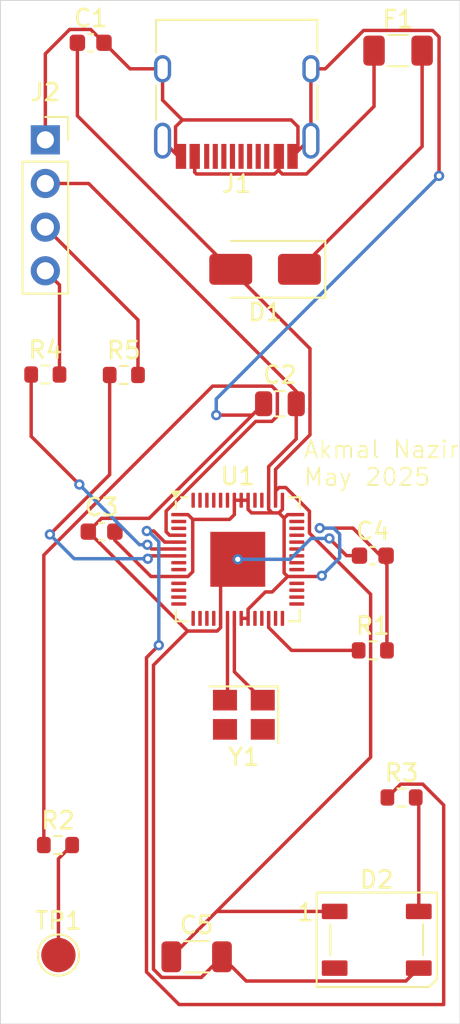
<source format=kicad_pcb>
(kicad_pcb (version 20240108) (generator "pcbnew") (generator_version "8.0")
  (layers (0 "F.Cu" signal) (31 "B.Cu" signal) (34 "B.Paste" user) (35 "F.Paste" user) (36 "B.SilkS" user "B.Silkscreen") (37 "F.SilkS" user "F.Silkscreen") (38 "B.Mask" user) (39 "F.Mask" user) (44 "Edge.Cuts" user))
  (net 0 "")
  (net 1 "+5V_PROTECTED")
  (net 2 "GND")
  (net 3 "/+3.3V")
  (net 4 "/+5V_IN")
  (net 5 "Net-(D2-DIN)")
  (net 7 "/VBUS")
  (net 16 "Net-(J2-Pin_4)")
  (net 17 "Net-(J2-Pin_3)")
  (net 18 "Net-(U1-RUN)")
  (net 19 "/GPIO_TOUCH")
  (net 20 "Net-(R2-Pad2)")
  (net 21 "/PWM_OUT")
  (net 22 "/SDA")
  (net 23 "/SCL")
  (net 50 "Net-(U1-XIN)")
  (net 51 "Net-(U1-XOUT)")
  (footprint "Resistor_SMD:R_0603_1608Metric" (layer "F.Cu") (at 30.9626 70.1802)
    (property "Reference" "R4" (at 0 -1.43 0) (layer "F.SilkS"))
    (property "Value" "4.7kΩ" (hide yes))
    (fp_line (start -0.237258 -0.5225) (end 0.237258 -0.5225) (stroke (width 0.12)) (layer "F.SilkS"))
    (fp_line (start -0.237258 0.5225) (end 0.237258 0.5225) (stroke (width 0.12)) (layer "F.SilkS"))
    (pad "1" smd roundrect (at -0.825 0) (size 0.8 0.95) (layers "F.Cu" "F.Paste" "F.Mask") (net 22 "/SDA"))
    (pad "2" smd roundrect (at 0.825 0) (size 0.8 0.95) (layers "F.Cu" "F.Paste" "F.Mask") (net 16 "Net-(J2-Pin_4)"))
  )
  (footprint "Capacitor_SMD:C_0603_1608Metric" (layer "F.Cu") (at 34.2392 79.3242)
    (property "Reference" "C3" (at 0 -1.43 0) (layer "F.SilkS"))
    (property "Value" "0.1µF" (hide yes))
    (fp_line (start -0.14058 -0.51) (end 0.14058 -0.51) (stroke (width 0.12)) (layer "F.SilkS"))
    (fp_line (start -0.14058 0.51) (end 0.14058 0.51) (stroke (width 0.12)) (layer "F.SilkS"))
    (pad "1" smd roundrect (at -0.775 0) (size 0.9 0.95) (layers "F.Cu" "F.Paste" "F.Mask") (net 2 "GND"))
    (pad "2" smd roundrect (at 0.775 0) (size 0.9 0.95) (layers "F.Cu" "F.Paste" "F.Mask") (net 3 "/+3.3V"))
  )
  (footprint "Crystal:Crystal_SMD_3225-4Pin_3.2x2.5mm" (layer "F.Cu") (at 42.5274 89.9786 180)
    (property "Reference" "Y1" (at 0 -2.45 0) (layer "F.SilkS"))
    (property "Value" "Crystal" (hide yes))
    (fp_line (start -2 1.65) (end 2 1.65) (stroke (width 0.12)) (layer "F.SilkS"))
    (fp_line (start -2 -1.65) (end -2 1.65) (stroke (width 0.12)) (layer "F.SilkS"))
    (pad "1" smd rect (at -1.1 0.85 180) (size 1.4 1.2) (layers "F.Cu" "F.Paste" "F.Mask") (net 51 "Net-(U1-XOUT)"))
    (pad "2" smd rect (at 1.1 0.85 180) (size 1.4 1.2) (layers "F.Cu" "F.Paste" "F.Mask") (net 50 "Net-(U1-XIN)"))
    (pad "3" smd rect (at 1.1 -0.85 180) (size 1.4 1.2) (layers "F.Cu" "F.Paste" "F.Mask"))
    (pad "4" smd rect (at -1.1 -0.85 180) (size 1.4 1.2) (layers "F.Cu" "F.Paste" "F.Mask"))
  )
  (footprint "Resistor_SMD:R_0603_1608Metric" (layer "F.Cu") (at 31.6992 97.5614)
    (property "Reference" "R2" (at 0 -1.43 0) (layer "F.SilkS"))
    (property "Value" "1MΩ" (hide yes))
    (fp_line (start -0.237258 -0.5225) (end 0.237258 -0.5225) (stroke (width 0.12)) (layer "F.SilkS"))
    (fp_line (start -0.237258 0.5225) (end 0.237258 0.5225) (stroke (width 0.12)) (layer "F.SilkS"))
    (pad "1" smd roundrect (at -0.825 0) (size 0.8 0.95) (layers "F.Cu" "F.Paste" "F.Mask") (net 19 "/GPIO_TOUCH"))
    (pad "2" smd roundrect (at 0.825 0) (size 0.8 0.95) (layers "F.Cu" "F.Paste" "F.Mask") (net 20 "Net-(R2-Pad2)"))
  )
  (footprint "Capacitor_SMD:C_0603_1608Metric" (layer "F.Cu") (at 33.6042 50.8762)
    (property "Reference" "C1" (at 0 -1.43 0) (layer "F.SilkS"))
    (property "Value" "0.1µF" (hide yes))
    (fp_line (start -0.14058 -0.51) (end 0.14058 -0.51) (stroke (width 0.12)) (layer "F.SilkS"))
    (fp_line (start -0.14058 0.51) (end 0.14058 0.51) (stroke (width 0.12)) (layer "F.SilkS"))
    (pad "1" smd roundrect (at -0.775 0) (size 0.9 0.95) (layers "F.Cu" "F.Paste" "F.Mask") (net 1 "+5V_PROTECTED"))
    (pad "2" smd roundrect (at 0.775 0) (size 0.9 0.95) (layers "F.Cu" "F.Paste" "F.Mask") (net 2 "GND"))
  )
  (footprint "Capacitor_SMD:C_1206_3216Metric" (layer "F.Cu") (at 39.7764 104.0638)
    (property "Reference" "C5" (at 0 -1.85 0) (layer "F.SilkS"))
    (property "Value" "100µF" (hide yes))
    (fp_line (start -0.711252 -0.91) (end 0.711252 -0.91) (stroke (width 0.12)) (layer "F.SilkS"))
    (fp_line (start -0.711252 0.91) (end 0.711252 0.91) (stroke (width 0.12)) (layer "F.SilkS"))
    (pad "1" smd roundrect (at -1.475 0) (size 1.15 1.8) (layers "F.Cu" "F.Paste" "F.Mask") (roundrect_rratio 0.217391) (net 1 "+5V_PROTECTED"))
    (pad "2" smd roundrect (at 1.475 0) (size 1.15 1.8) (layers "F.Cu" "F.Paste" "F.Mask") (roundrect_rratio 0.217391) (net 2 "GND"))
  )
  (footprint "Diode_SMD:D_SMA" (layer "F.Cu") (at 43.7642 64.0588 180)
    (property "Reference" "D1" (at 0 -2.5 0) (layer "F.SilkS"))
    (property "Value" "D_Schottky" (hide yes))
    (fp_line (start -3.51 1.65) (end 2 1.65) (stroke (width 0.12)) (layer "F.SilkS"))
    (fp_line (start -3.51 -1.65) (end 2 -1.65) (stroke (width 0.12)) (layer "F.SilkS"))
    (fp_line (start -3.51 -1.65) (end -3.51 1.65) (stroke (width 0.12)) (layer "F.SilkS"))
    (pad "1" smd roundrect (at -2 0 180) (size 2.5 1.8) (layers "F.Cu" "F.Paste" "F.Mask") (roundrect_rratio 0.1388888889) (net 4 "/+5V_IN"))
    (pad "2" smd roundrect (at 2 0 180) (size 2.5 1.8) (layers "F.Cu" "F.Paste" "F.Mask") (roundrect_rratio 0.1388888889) (net 1 "+5V_PROTECTED"))
  )
  (footprint "Resistor_SMD:R_0603_1608Metric" (layer "F.Cu") (at 51.7144 94.7928)
    (property "Reference" "R3" (at 0 -1.43 0) (layer "F.SilkS"))
    (property "Value" "330Ω" (hide yes))
    (fp_line (start -0.237258 -0.5225) (end 0.237258 -0.5225) (stroke (width 0.12)) (layer "F.SilkS"))
    (fp_line (start -0.237258 0.5225) (end 0.237258 0.5225) (stroke (width 0.12)) (layer "F.SilkS"))
    (pad "1" smd roundrect (at -0.825 0) (size 0.8 0.95) (layers "F.Cu" "F.Paste" "F.Mask") (net 21 "/PWM_OUT"))
    (pad "2" smd roundrect (at 0.825 0) (size 0.8 0.95) (layers "F.Cu" "F.Paste" "F.Mask") (net 5 "Net-(D2-DIN)"))
  )
  (footprint "Resistor_SMD:R_0603_1608Metric" (layer "F.Cu") (at 50.038 86.233)
    (property "Reference" "R1" (at 0 -1.43 0) (layer "F.SilkS"))
    (property "Value" "10kΩ" (hide yes))
    (fp_line (start -0.237258 -0.5225) (end 0.237258 -0.5225) (stroke (width 0.12)) (layer "F.SilkS"))
    (fp_line (start -0.237258 0.5225) (end 0.237258 0.5225) (stroke (width 0.12)) (layer "F.SilkS"))
    (pad "1" smd roundrect (at -0.825 0) (size 0.8 0.95) (layers "F.Cu" "F.Paste" "F.Mask") (net 18 "Net-(U1-RUN)"))
    (pad "2" smd roundrect (at 0.825 0) (size 0.8 0.95) (layers "F.Cu" "F.Paste" "F.Mask") (net 3 "/+3.3V"))
  )
  (footprint "Capacitor_SMD:C_0603_1608Metric" (layer "F.Cu") (at 50.038 80.7212)
    (property "Reference" "C4" (at 0 -1.43 0) (layer "F.SilkS"))
    (property "Value" "0.1µF" (hide yes))
    (fp_line (start -0.14058 -0.51) (end 0.14058 -0.51) (stroke (width 0.12)) (layer "F.SilkS"))
    (fp_line (start -0.14058 0.51) (end 0.14058 0.51) (stroke (width 0.12)) (layer "F.SilkS"))
    (pad "1" smd roundrect (at -0.775 0) (size 0.9 0.95) (layers "F.Cu" "F.Paste" "F.Mask") (net 2 "GND"))
    (pad "2" smd roundrect (at 0.775 0) (size 0.9 0.95) (layers "F.Cu" "F.Paste" "F.Mask") (net 3 "/+3.3V"))
  )
  (footprint "TestPoint:TestPoint_Pad_D2.0mm" (layer "F.Cu") (at 31.7246 103.9622)
    (property "Reference" "TP1" (at 0 -1.998 0) (layer "F.SilkS"))
    (property "Value" "TestPoint" (hide yes))
    (fp_circle (center 0 0) (end 0 1.2) (stroke (width 0.12)) (fill none) (layer "F.SilkS"))
    (pad "1" smd circle (at 0 0) (size 2 2) (layers "F.Cu" "F.Mask") (net 20 "Net-(R2-Pad2)"))
  )
  (footprint "Capacitor_SMD:C_0805_2012Metric" (layer "F.Cu") (at 44.6278 71.882)
    (property "Reference" "C2" (at 0 -1.68 0) (layer "F.SilkS"))
    (property "Value" "1µF" (hide yes))
    (fp_line (start -0.261252 -0.735) (end 0.261252 -0.735) (stroke (width 0.12)) (layer "F.SilkS"))
    (fp_line (start -0.261252 0.735) (end 0.261252 0.735) (stroke (width 0.12)) (layer "F.SilkS"))
    (pad "1" smd roundrect (at -0.95 0) (size 1 1.45) (layers "F.Cu" "F.Paste" "F.Mask") (net 2 "GND"))
    (pad "2" smd roundrect (at 0.95 0) (size 1 1.45) (layers "F.Cu" "F.Paste" "F.Mask") (net 3 "/+3.3V"))
  )
  (footprint "LED_SMD:LED_WS2812B_PLCC4_5.0x5.0mm_P3.2mm" (layer "F.Cu") (at 50.2666 103.0732)
    (property "Reference" "D2" (at 0 -3.5 0) (layer "F.SilkS"))
    (property "Value" "WS2812B" (hide yes))
    (fp_line (start -3.5 -2.75) (end -3.5 2.75) (stroke (width 0.12)) (layer "F.SilkS"))
    (fp_line (start -3.5 -2.75) (end 3.5 -2.75) (stroke (width 0.12)) (layer "F.SilkS"))
    (fp_line (start -3.5 2.75) (end 3.05 2.75) (stroke (width 0.12)) (layer "F.SilkS"))
    (fp_line (start -2.7 0.9) (end -2.7 -0.9) (stroke (width 0.12)) (layer "F.SilkS"))
    (fp_line (start 2.7 0.9) (end 2.7 -0.9) (stroke (width 0.12)) (layer "F.SilkS"))
    (fp_line (start 3.05 2.75) (end 3.5 2.3) (stroke (width 0.12)) (layer "F.SilkS"))
    (fp_line (start 3.5 2.3) (end 3.5 -2.75) (stroke (width 0.12)) (layer "F.SilkS"))
    (fp_text user "1" (at -4.15 -1.6 0) (layer "F.SilkS"))
    (pad "1" smd roundrect (at -2.45 -1.65) (size 1.5 0.9) (layers "F.Cu" "F.Paste" "F.Mask") (roundrect_rratio 0.1) (net 1 "+5V_PROTECTED"))
    (pad "2" smd roundrect (at -2.45 1.65) (size 1.5 0.9) (layers "F.Cu" "F.Paste" "F.Mask") (roundrect_rratio 0.1))
    (pad "3" smd roundrect (at 2.45 1.65) (size 1.5 0.9) (layers "F.Cu" "F.Paste" "F.Mask") (roundrect_rratio 0.1) (net 2 "GND"))
    (pad "4" smd roundrect (at 2.45 -1.65) (size 1.5 0.9) (layers "F.Cu" "F.Paste" "F.Mask") (roundrect_rratio 0.1) (net 5 "Net-(D2-DIN)"))
  )
  (footprint "Resistor_SMD:R_0603_1608Metric" (layer "F.Cu") (at 35.5346 70.2056)
    (property "Reference" "R5" (at 0 -1.43 0) (layer "F.SilkS"))
    (property "Value" "4.7kΩ" (hide yes))
    (fp_line (start -0.237258 -0.5225) (end 0.237258 -0.5225) (stroke (width 0.12)) (layer "F.SilkS"))
    (fp_line (start -0.237258 0.5225) (end 0.237258 0.5225) (stroke (width 0.12)) (layer "F.SilkS"))
    (pad "1" smd roundrect (at -0.825 0) (size 0.8 0.95) (layers "F.Cu" "F.Paste" "F.Mask") (net 23 "/SCL"))
    (pad "2" smd roundrect (at 0.825 0) (size 0.8 0.95) (layers "F.Cu" "F.Paste" "F.Mask") (net 17 "Net-(J2-Pin_3)"))
  )
  (footprint "Connector_USB:USB_C_Receptacle_HRO_TYPE-C-31-M-12" (layer "F.Cu") (at 42.1132 53.4416 180)
    (property "Reference" "J1" (at 0 -5.645 0) (layer "F.SilkS"))
    (property "Value" "USB_C_Receptacle_USB2.0_16P" (hide yes))
    (fp_line (start 4.7 2) (end 4.7 3.9) (stroke (width 0.12)) (layer "F.SilkS"))
    (fp_line (start 4.7 -1.9) (end 4.7 0.1) (stroke (width 0.12)) (layer "F.SilkS"))
    (fp_line (start -4.7 3.9) (end 4.7 3.9) (stroke (width 0.12)) (layer "F.SilkS"))
    (fp_line (start -4.7 2) (end -4.7 3.9) (stroke (width 0.12)) (layer "F.SilkS"))
    (fp_line (start -4.7 -1.9) (end -4.7 0.1) (stroke (width 0.12)) (layer "F.SilkS"))
    (pad "" np_thru_hole circle (at -2.89 -2.6 180) (size 0.65 0.65) (drill 0.65) (layers "*.Cu" "*.Mask"))
    (pad "" np_thru_hole circle (at 2.89 -2.6 180) (size 0.65 0.65) (drill 0.65) (layers "*.Cu" "*.Mask"))
    (pad "A1" smd rect (at -3.25 -4.045 180) (size 0.6 1.45) (layers "F.Cu" "F.Paste" "F.Mask") (net 2 "GND"))
    (pad "A4" smd rect (at -2.45 -4.045 180) (size 0.6 1.45) (layers "F.Cu" "F.Paste" "F.Mask") (net 7 "/VBUS"))
    (pad "A5" smd rect (at -1.25 -4.045 180) (size 0.3 1.45) (layers "F.Cu" "F.Paste" "F.Mask"))
    (pad "A6" smd rect (at -0.25 -4.045 180) (size 0.3 1.45) (layers "F.Cu" "F.Paste" "F.Mask"))
    (pad "A7" smd rect (at 0.25 -4.045 180) (size 0.3 1.45) (layers "F.Cu" "F.Paste" "F.Mask"))
    (pad "A8" smd rect (at 1.25 -4.045 180) (size 0.3 1.45) (layers "F.Cu" "F.Paste" "F.Mask"))
    (pad "A9" smd rect (at 2.45 -4.045 180) (size 0.6 1.45) (layers "F.Cu" "F.Paste" "F.Mask") (net 7 "/VBUS"))
    (pad "A12" smd rect (at 3.25 -4.045 180) (size 0.6 1.45) (layers "F.Cu" "F.Paste" "F.Mask") (net 2 "GND"))
    (pad "B1" smd rect (at 3.25 -4.045 180) (size 0.6 1.45) (layers "F.Cu" "F.Paste" "F.Mask") (net 2 "GND"))
    (pad "B4" smd rect (at 2.45 -4.045 180) (size 0.6 1.45) (layers "F.Cu" "F.Paste" "F.Mask") (net 7 "/VBUS"))
    (pad "B5" smd rect (at 1.75 -4.045 180) (size 0.3 1.45) (layers "F.Cu" "F.Paste" "F.Mask"))
    (pad "B6" smd rect (at 0.75 -4.045 180) (size 0.3 1.45) (layers "F.Cu" "F.Paste" "F.Mask"))
    (pad "B7" smd rect (at -0.75 -4.045 180) (size 0.3 1.45) (layers "F.Cu" "F.Paste" "F.Mask"))
    (pad "B8" smd rect (at -1.75 -4.045 180) (size 0.3 1.45) (layers "F.Cu" "F.Paste" "F.Mask"))
    (pad "B9" smd rect (at -2.45 -4.045 180) (size 0.6 1.45) (layers "F.Cu" "F.Paste" "F.Mask") (net 7 "/VBUS"))
    (pad "B12" smd rect (at -3.25 -4.045 180) (size 0.6 1.45) (layers "F.Cu" "F.Paste" "F.Mask") (net 2 "GND"))
    (pad "S1" thru_hole oval (at -4.32 -3.13 180) (size 1 2.1) (drill oval 0.6 1.7) (layers "*.Cu" "*.Mask") (net 2 "GND"))
    (pad "S1" thru_hole oval (at -4.32 1.05 180) (size 1 1.6) (drill oval 0.6 1.2) (layers "*.Cu" "*.Mask") (net 2 "GND"))
    (pad "S1" thru_hole oval (at 4.32 -3.13 180) (size 1 2.1) (drill oval 0.6 1.7) (layers "*.Cu" "*.Mask") (net 2 "GND"))
    (pad "S1" thru_hole oval (at 4.32 1.05 180) (size 1 1.6) (drill oval 0.6 1.2) (layers "*.Cu" "*.Mask") (net 2 "GND"))
  )
  (footprint "Connector_PinSocket_2.54mm:PinSocket_1x04_P2.54mm_Vertical" (layer "F.Cu") (at 30.9622 56.525)
    (property "Reference" "J2" (at 0 -2.77 0) (layer "F.SilkS"))
    (property "Value" "Conn_01x04" (hide yes))
    (fp_line (start -1.33 1.27) (end -1.33 8.95) (stroke (width 0.12)) (layer "F.SilkS"))
    (fp_line (start -1.33 1.27) (end 1.33 1.27) (stroke (width 0.12)) (layer "F.SilkS"))
    (fp_line (start -1.33 8.95) (end 1.33 8.95) (stroke (width 0.12)) (layer "F.SilkS"))
    (fp_line (start 0 -1.33) (end 1.33 -1.33) (stroke (width 0.12)) (layer "F.SilkS"))
    (fp_line (start 1.33 -1.33) (end 1.33 0) (stroke (width 0.12)) (layer "F.SilkS"))
    (fp_line (start 1.33 1.27) (end 1.33 8.95) (stroke (width 0.12)) (layer "F.SilkS"))
    (pad "1" thru_hole rect (at 0 0) (size 1.7 1.7) (drill 1) (layers "*.Cu" "*.Mask") (net 2 "GND"))
    (pad "2" thru_hole oval (at 0 2.54) (size 1.7 1.7) (drill 1) (layers "*.Cu" "*.Mask") (net 3 "/+3.3V"))
    (pad "3" thru_hole oval (at 0 5.08) (size 1.7 1.7) (drill 1) (layers "*.Cu" "*.Mask") (net 17 "Net-(J2-Pin_3)"))
    (pad "4" thru_hole oval (at 0 7.62) (size 1.7 1.7) (drill 1) (layers "*.Cu" "*.Mask") (net 16 "Net-(J2-Pin_4)"))
  )
  (footprint "Fuse:Fuse_1206_3216Metric" (layer "F.Cu") (at 51.5112 51.3334)
    (property "Reference" "F1" (at 0 -1.82 0) (layer "F.SilkS"))
    (property "Value" "Fuse" (hide yes))
    (fp_line (start -0.602064 -0.91) (end 0.602064 -0.91) (stroke (width 0.12)) (layer "F.SilkS"))
    (fp_line (start -0.602064 0.91) (end 0.602064 0.91) (stroke (width 0.12)) (layer "F.SilkS"))
    (pad "1" smd roundrect (at -1.4 0) (size 1.25 1.75) (layers "F.Cu" "F.Paste" "F.Mask") (roundrect_rratio 0.2) (net 7 "/VBUS"))
    (pad "2" smd roundrect (at 1.4 0) (size 1.25 1.75) (layers "F.Cu" "F.Paste" "F.Mask") (roundrect_rratio 0.2) (net 4 "/+5V_IN"))
  )
  (footprint "Package_DFN_QFN:QFN-56-1EP_7x7mm_P0.4mm_EP3.2x3.2mm" (layer "F.Cu") (at 42.1736 80.9329)
    (property "Reference" "U1" (at 0 -4.83 0) (layer "F.SilkS"))
    (property "Value" "RP2040" (hide yes))
    (fp_line (start -3.61 -2.96) (end -3.61 -3.37) (stroke (width 0.12)) (layer "F.SilkS"))
    (fp_line (start -3.61 3.61) (end -3.61 2.96) (stroke (width 0.12)) (layer "F.SilkS"))
    (fp_line (start -2.96 -3.61) (end -3.31 -3.61) (stroke (width 0.12)) (layer "F.SilkS"))
    (fp_line (start -2.96 3.61) (end -3.61 3.61) (stroke (width 0.12)) (layer "F.SilkS"))
    (fp_line (start 2.96 -3.61) (end 3.61 -3.61) (stroke (width 0.12)) (layer "F.SilkS"))
    (fp_line (start 2.96 3.61) (end 3.61 3.61) (stroke (width 0.12)) (layer "F.SilkS"))
    (fp_line (start 3.61 -3.61) (end 3.61 -2.96) (stroke (width 0.12)) (layer "F.SilkS"))
    (fp_line (start 3.61 3.61) (end 3.61 2.96) (stroke (width 0.12)) (layer "F.SilkS"))
    (fp_poly (pts (xy -3.61 -3.61) (xy -3.85 -3.94) (xy -3.37 -3.94) (xy -3.61 -3.61)) (stroke (width 0.12)) (fill solid) (layer "F.SilkS"))
    (pad "1" smd roundrect (at -3.4375 -2.6) (size 0.875 0.2) (layers "F.Cu" "F.Paste" "F.Mask") (net 3 "/+3.3V"))
    (pad "2" smd roundrect (at -3.4375 -2.2) (size 0.875 0.2) (layers "F.Cu" "F.Paste" "F.Mask"))
    (pad "3" smd roundrect (at -3.4375 -1.8) (size 0.875 0.2) (layers "F.Cu" "F.Paste" "F.Mask"))
    (pad "4" smd roundrect (at -3.4375 -1.4) (size 0.875 0.2) (layers "F.Cu" "F.Paste" "F.Mask") (net 19 "/GPIO_TOUCH"))
    (pad "5" smd roundrect (at -3.4375 -1) (size 0.875 0.2) (layers "F.Cu" "F.Paste" "F.Mask") (net 21 "/PWM_OUT"))
    (pad "6" smd roundrect (at -3.4375 -0.6) (size 0.875 0.2) (layers "F.Cu" "F.Paste" "F.Mask") (net 22 "/SDA"))
    (pad "7" smd roundrect (at -3.4375 -0.2) (size 0.875 0.2) (layers "F.Cu" "F.Paste" "F.Mask") (net 23 "/SCL"))
    (pad "8" smd roundrect (at -3.4375 0.2) (size 0.875 0.2) (layers "F.Cu" "F.Paste" "F.Mask"))
    (pad "9" smd roundrect (at -3.4375 0.6) (size 0.875 0.2) (layers "F.Cu" "F.Paste" "F.Mask"))
    (pad "10" smd roundrect (at -3.4375 1) (size 0.875 0.2) (layers "F.Cu" "F.Paste" "F.Mask") (net 3 "/+3.3V"))
    (pad "11" smd roundrect (at -3.4375 1.4) (size 0.875 0.2) (layers "F.Cu" "F.Paste" "F.Mask"))
    (pad "12" smd roundrect (at -3.4375 1.8) (size 0.875 0.2) (layers "F.Cu" "F.Paste" "F.Mask"))
    (pad "13" smd roundrect (at -3.4375 2.2) (size 0.875 0.2) (layers "F.Cu" "F.Paste" "F.Mask"))
    (pad "14" smd roundrect (at -3.4375 2.6) (size 0.875 0.2) (layers "F.Cu" "F.Paste" "F.Mask"))
    (pad "15" smd roundrect (at -2.6 3.4375) (size 0.2 0.875) (layers "F.Cu" "F.Paste" "F.Mask"))
    (pad "16" smd roundrect (at -2.2 3.4375) (size 0.2 0.875) (layers "F.Cu" "F.Paste" "F.Mask"))
    (pad "17" smd roundrect (at -1.8 3.4375) (size 0.2 0.875) (layers "F.Cu" "F.Paste" "F.Mask"))
    (pad "18" smd roundrect (at -1.4 3.4375) (size 0.2 0.875) (layers "F.Cu" "F.Paste" "F.Mask"))
    (pad "19" smd roundrect (at -1 3.4375) (size 0.2 0.875) (layers "F.Cu" "F.Paste" "F.Mask") (net 2 "GND"))
    (pad "20" smd roundrect (at -0.6 3.4375) (size 0.2 0.875) (layers "F.Cu" "F.Paste" "F.Mask") (net 50 "Net-(U1-XIN)"))
    (pad "21" smd roundrect (at -0.2 3.4375) (size 0.2 0.875) (layers "F.Cu" "F.Paste" "F.Mask") (net 51 "Net-(U1-XOUT)"))
    (pad "22" smd roundrect (at 0.2 3.4375) (size 0.2 0.875) (layers "F.Cu" "F.Paste" "F.Mask") (net 3 "/+3.3V"))
    (pad "23" smd roundrect (at 0.6 3.4375) (size 0.2 0.875) (layers "F.Cu" "F.Paste" "F.Mask") (net 3 "/+3.3V"))
    (pad "24" smd roundrect (at 1 3.4375) (size 0.2 0.875) (layers "F.Cu" "F.Paste" "F.Mask"))
    (pad "25" smd roundrect (at 1.4 3.4375) (size 0.2 0.875) (layers "F.Cu" "F.Paste" "F.Mask"))
    (pad "26" smd roundrect (at 1.8 3.4375) (size 0.2 0.875) (layers "F.Cu" "F.Paste" "F.Mask") (net 18 "Net-(U1-RUN)"))
    (pad "27" smd roundrect (at 2.2 3.4375) (size 0.2 0.875) (layers "F.Cu" "F.Paste" "F.Mask"))
    (pad "28" smd roundrect (at 2.6 3.4375) (size 0.2 0.875) (layers "F.Cu" "F.Paste" "F.Mask"))
    (pad "29" smd roundrect (at 3.4375 2.6) (size 0.875 0.2) (layers "F.Cu" "F.Paste" "F.Mask"))
    (pad "30" smd roundrect (at 3.4375 2.2) (size 0.875 0.2) (layers "F.Cu" "F.Paste" "F.Mask"))
    (pad "31" smd roundrect (at 3.4375 1.8) (size 0.875 0.2) (layers "F.Cu" "F.Paste" "F.Mask"))
    (pad "32" smd roundrect (at 3.4375 1.4) (size 0.875 0.2) (layers "F.Cu" "F.Paste" "F.Mask"))
    (pad "33" smd roundrect (at 3.4375 1) (size 0.875 0.2) (layers "F.Cu" "F.Paste" "F.Mask") (net 3 "/+3.3V"))
    (pad "34" smd roundrect (at 3.4375 0.6) (size 0.875 0.2) (layers "F.Cu" "F.Paste" "F.Mask"))
    (pad "35" smd roundrect (at 3.4375 0.2) (size 0.875 0.2) (layers "F.Cu" "F.Paste" "F.Mask"))
    (pad "36" smd roundrect (at 3.4375 -0.2) (size 0.875 0.2) (layers "F.Cu" "F.Paste" "F.Mask"))
    (pad "37" smd roundrect (at 3.4375 -0.6) (size 0.875 0.2) (layers "F.Cu" "F.Paste" "F.Mask"))
    (pad "38" smd roundrect (at 3.4375 -1) (size 0.875 0.2) (layers "F.Cu" "F.Paste" "F.Mask"))
    (pad "39" smd roundrect (at 3.4375 -1.4) (size 0.875 0.2) (layers "F.Cu" "F.Paste" "F.Mask"))
    (pad "40" smd roundrect (at 3.4375 -1.8) (size 0.875 0.2) (layers "F.Cu" "F.Paste" "F.Mask"))
    (pad "41" smd roundrect (at 3.4375 -2.2) (size 0.875 0.2) (layers "F.Cu" "F.Paste" "F.Mask"))
    (pad "42" smd roundrect (at 3.4375 -2.6) (size 0.875 0.2) (layers "F.Cu" "F.Paste" "F.Mask") (net 3 "/+3.3V"))
    (pad "43" smd roundrect (at 2.6 -3.4375) (size 0.2 0.875) (layers "F.Cu" "F.Paste" "F.Mask") (net 3 "/+3.3V"))
    (pad "44" smd roundrect (at 2.2 -3.4375) (size 0.2 0.875) (layers "F.Cu" "F.Paste" "F.Mask") (net 1 "+5V_PROTECTED"))
    (pad "45" smd roundrect (at 1.8 -3.4375) (size 0.2 0.875) (layers "F.Cu" "F.Paste" "F.Mask") (net 3 "/+3.3V"))
    (pad "46" smd roundrect (at 1.4 -3.4375) (size 0.2 0.875) (layers "F.Cu" "F.Paste" "F.Mask"))
    (pad "47" smd roundrect (at 1 -3.4375) (size 0.2 0.875) (layers "F.Cu" "F.Paste" "F.Mask"))
    (pad "48" smd roundrect (at 0.6 -3.4375) (size 0.2 0.875) (layers "F.Cu" "F.Paste" "F.Mask") (net 3 "/+3.3V"))
    (pad "49" smd roundrect (at 0.2 -3.4375) (size 0.2 0.875) (layers "F.Cu" "F.Paste" "F.Mask") (net 3 "/+3.3V"))
    (pad "50" smd roundrect (at -0.2 -3.4375) (size 0.2 0.875) (layers "F.Cu" "F.Paste" "F.Mask") (net 3 "/+3.3V"))
    (pad "51" smd roundrect (at -0.6 -3.4375) (size 0.2 0.875) (layers "F.Cu" "F.Paste" "F.Mask"))
    (pad "52" smd roundrect (at -1 -3.4375) (size 0.2 0.875) (layers "F.Cu" "F.Paste" "F.Mask"))
    (pad "53" smd roundrect (at -1.4 -3.4375) (size 0.2 0.875) (layers "F.Cu" "F.Paste" "F.Mask"))
    (pad "54" smd roundrect (at -1.8 -3.4375) (size 0.2 0.875) (layers "F.Cu" "F.Paste" "F.Mask"))
    (pad "55" smd roundrect (at -2.2 -3.4375) (size 0.2 0.875) (layers "F.Cu" "F.Paste" "F.Mask"))
    (pad "56" smd roundrect (at -2.6 -3.4375) (size 0.2 0.875) (layers "F.Cu" "F.Paste" "F.Mask"))
    (pad "57" smd rect (at 0 0) (size 3.2 3.2) (property pad_prop_heatsink) (layers "F.Cu" "F.Mask") (net 2 "GND"))
  )
  (gr_rect (start 28.3464 48.4124) (end 55.118 107.9754) (stroke (width 0.05)) (fill none) (layer "Edge.Cuts"))
  (gr_text "Akmal Nazir\nMay 2025" (at 45.9486 76.7334 0) (layer "F.SilkS") (effects (font (size 1 1) (thickness 0.1)) (justify left bottom)))
  (segment (start 38.3014 104.0638) (end 40.942 101.4232) (width 0.2) (layer "F.Cu") (net 1))
  (segment (start 46.3486 78.13654) (end 44.96996 76.7579) (width 0.2) (layer "F.Cu") (net 1))
  (segment (start 40.942 101.4232) (end 47.8166 101.4232) (width 0.2) (layer "F.Cu") (net 1))
  (segment (start 44.3736 75.699086) (end 46.3778 73.694886) (width 0.2) (layer "F.Cu") (net 1))
  (segment (start 41.7642 64.0588) (end 32.8292 55.1238) (width 0.2) (layer "F.Cu") (net 1))
  (segment (start 46.3778 73.694886) (end 46.3778 68.6724) (width 0.2) (layer "F.Cu") (net 1))
  (segment (start 32.8292 55.1238) (end 32.8292 50.8762) (width 0.2) (layer "F.Cu") (net 1))
  (segment (start 44.3736 76.96154) (end 44.3736 77.4954) (width 0.2) (layer "F.Cu") (net 1))
  (segment (start 40.942 101.4232) (end 49.913 92.4522) (width 0.2) (layer "F.Cu") (net 1))
  (segment (start 49.913 82.9712) (end 46.3486 79.4068) (width 0.2) (layer "F.Cu") (net 1))
  (segment (start 44.3736 77.4954) (end 44.3736 75.699086) (width 0.2) (layer "F.Cu") (net 1))
  (segment (start 44.57724 76.7579) (end 44.3736 76.96154) (width 0.2) (layer "F.Cu") (net 1))
  (segment (start 46.3486 79.4068) (end 46.3486 78.13654) (width 0.2) (layer "F.Cu") (net 1))
  (segment (start 49.913 92.4522) (end 49.913 82.9712) (width 0.2) (layer "F.Cu") (net 1))
  (segment (start 44.96996 76.7579) (end 44.57724 76.7579) (width 0.2) (layer "F.Cu") (net 1))
  (segment (start 46.3778 68.6724) (end 41.7642 64.0588) (width 0.2) (layer "F.Cu") (net 1))
  (segment (start 34.3792 50.8762) (end 33.6042 50.1012) (width 0.2) (layer "F.Cu") (net 2))
  (segment (start 45.6782 57.1716) (end 45.6782 55.762006) (width 0.2) (layer "F.Cu") (net 2))
  (segment (start 46.4332 56.5716) (end 46.2782 56.5716) (width 0.2) (layer "F.Cu") (net 2))
  (segment (start 42.1736 80.9329) (end 41.1736 81.9329) (width 0.2) (layer "F.Cu") (net 2))
  (segment (start 37.741656 105.2638) (end 37.2618 104.783944) (width 0.2) (layer "F.Cu") (net 2))
  (segment (start 34.2392 78.5492) (end 33.4642 79.3242) (width 0.2) (layer "F.Cu") (net 2))
  (segment (start 45.282794 55.3666) (end 38.943606 55.3666) (width 0.2) (layer "F.Cu") (net 2))
  (segment (start 38.7082 57.4866) (end 37.7932 56.5716) (width 0.2) (layer "F.Cu") (net 2))
  (segment (start 47.268256 52.3916) (end 49.501456 50.1584) (width 0.2) (layer "F.Cu") (net 2))
  (segment (start 51.9666 105.4732) (end 42.6608 105.4732) (width 0.2) (layer "F.Cu") (net 2))
  (segment (start 33.6042 50.1012) (end 32.380504 50.1012) (width 0.2) (layer "F.Cu") (net 2))
  (segment (start 40.0514 105.2638) (end 37.741656 105.2638) (width 0.2) (layer "F.Cu") (net 2))
  (segment (start 40.9194 72.5424) (end 43.0174 72.5424) (width 0.2) (layer "F.Cu") (net 2))
  (segment (start 42.6608 105.4732) (end 41.2514 104.0638) (width 0.2) (layer "F.Cu") (net 2))
  (segment (start 43.0174 72.5424) (end 43.6778 71.882) (width 0.2) (layer "F.Cu") (net 2))
  (segment (start 38.943606 55.3666) (end 38.5482 55.762006) (width 0.2) (layer "F.Cu") (net 2))
  (segment (start 38.943606 55.366594) (end 37.7932 54.216188) (width 0.2) (layer "F.Cu") (net 2))
  (segment (start 52.7166 104.7232) (end 51.9666 105.4732) (width 0.2) (layer "F.Cu") (net 2))
  (segment (start 46.4332 52.3916) (end 47.268256 52.3916) (width 0.2) (layer "F.Cu") (net 2))
  (segment (start 41.1736 81.9329) (end 41.1736 84.3704) (width 0.2) (layer "F.Cu") (net 2))
  (segment (start 32.380504 50.1012) (end 30.9622 51.519504) (width 0.2) (layer "F.Cu") (net 2))
  (segment (start 53.520944 50.1584) (end 53.8988 50.536256) (width 0.2) (layer "F.Cu") (net 2))
  (segment (start 41.1736 84.90426) (end 41.1736 84.3704) (width 0.2) (layer "F.Cu") (net 2))
  (segment (start 38.943606 55.3666) (end 38.943606 55.366594) (width 0.2) (layer "F.Cu") (net 2))
  (segment (start 40.96996 85.1079) (end 41.1736 84.90426) (width 0.2) (layer "F.Cu") (net 2))
  (segment (start 49.263 80.7212) (end 48.51153 80.7212) (width 0.2) (layer "F.Cu") (net 2))
  (segment (start 41.2514 104.0638) (end 40.0514 105.2638) (width 0.2) (layer "F.Cu") (net 2))
  (segment (start 46.2782 56.5716) (end 45.3632 57.4866) (width 0.2) (layer "F.Cu") (net 2))
  (segment (start 37.2618 87.094) (end 39.2479 85.1079) (width 0.2) (layer "F.Cu") (net 2))
  (segment (start 49.501456 50.1584) (end 53.520944 50.1584) (width 0.2) (layer "F.Cu") (net 2))
  (segment (start 48.51153 80.7212) (end 47.509465 79.719135) (width 0.2) (layer "F.Cu") (net 2))
  (segment (start 45.6782 55.762006) (end 45.282794 55.3666) (width 0.2) (layer "F.Cu") (net 2))
  (segment (start 38.8632 57.4866) (end 38.7082 57.4866) (width 0.2) (layer "F.Cu") (net 2))
  (segment (start 38.5482 57.1716) (end 38.8632 57.4866) (width 0.2) (layer "F.Cu") (net 2))
  (segment (start 39.2479 85.1079) (end 40.96996 85.1079) (width 0.2) (layer "F.Cu") (net 2))
  (segment (start 38.5482 55.762006) (end 38.5482 57.1716) (width 0.2) (layer "F.Cu") (net 2))
  (segment (start 46.3316 52.3194) (end 46.1766 52.3194) (width 0.2) (layer "F.Cu") (net 2))
  (segment (start 30.9622 51.519504) (end 30.9622 56.525) (width 0.2) (layer "F.Cu") (net 2))
  (segment (start 43.6778 71.882) (end 37.0106 78.5492) (width 0.2) (layer "F.Cu") (net 2))
  (segment (start 37.2618 104.783944) (end 37.2618 87.094) (width 0.2) (layer "F.Cu") (net 2))
  (segment (start 33.4642 79.3242) (end 39.2479 85.1079) (width 0.2) (layer "F.Cu") (net 2))
  (segment (start 37.7932 54.216188) (end 37.7932 52.3916) (width 0.2) (layer "F.Cu") (net 2))
  (segment (start 35.8946 52.3916) (end 34.3792 50.8762) (width 0.2) (layer "F.Cu") (net 2))
  (segment (start 45.3632 57.4866) (end 45.6782 57.1716) (width 0.2) (layer "F.Cu") (net 2))
  (segment (start 46.4332 56.5716) (end 46.4332 52.3916) (width 0.2) (layer "F.Cu") (net 2))
  (segment (start 53.8988 50.536256) (end 53.8988 58.6232) (width 0.2) (layer "F.Cu") (net 2))
  (segment (start 37.7932 52.3916) (end 35.8946 52.3916) (width 0.2) (layer "F.Cu") (net 2))
  (segment (start 37.0106 78.5492) (end 34.2392 78.5492) (width 0.2) (layer "F.Cu") (net 2))
  (via (at 53.8988 58.6232) (size 0.6) (drill 0.3) (layers "F.Cu" "B.Cu") (net 2))
  (via (at 40.9194 72.5424) (size 0.6) (drill 0.3) (layers "F.Cu" "B.Cu") (net 2))
  (via (at 47.509465 79.719135) (size 0.6) (drill 0.3) (layers "F.Cu" "B.Cu") (net 2))
  (via (at 42.1736 80.9329) (size 0.6) (drill 0.3) (layers "F.Cu" "B.Cu") (net 2))
  (segment (start 47.509465 79.719135) (end 46.442475 79.719135) (width 0.2) (layer "B.Cu") (net 2))
  (segment (start 46.442475 79.719135) (end 45.22871 80.9329) (width 0.2) (layer "B.Cu") (net 2))
  (segment (start 40.9194 71.6026) (end 40.9194 72.5424) (width 0.2) (layer "B.Cu") (net 2))
  (segment (start 53.8988 58.6232) (end 40.9194 71.6026) (width 0.2) (layer "B.Cu") (net 2))
  (segment (start 45.22871 80.9329) (end 42.1736 80.9329) (width 0.2) (layer "B.Cu") (net 2))
  (segment (start 43.9736 77.4954) (end 43.9736 75.5334) (width 0.2) (layer "F.Cu") (net 3))
  (segment (start 47.0229 81.9329) (end 45.6111 81.9329) (width 0.2) (layer "F.Cu") (net 3))
  (segment (start 44.17724 78.2329) (end 44.56996 78.2329) (width 0.2) (layer "F.Cu") (net 3))
  (segment (start 42.7736 84.3704) (end 42.7736 83.83654) (width 0.2) (layer "F.Cu") (net 3))
  (segment (start 42.7736 83.83654) (end 43.77724 82.8329) (width 0.2) (layer "F.Cu") (net 3))
  (segment (start 39.5478 78.61074) (end 39.26996 78.3329) (width 0.2) (layer "F.Cu") (net 3))
  (segment (start 33.4858 59.065) (end 45.5778 71.157) (width 0.2) (layer "F.Cu") (net 3))
  (segment (start 44.8736 78.53654) (end 44.56996 78.2329) (width 0.2) (layer "F.Cu") (net 3))
  (segment (start 44.56996 78.2329) (end 44.7736 78.02926) (width 0.2) (layer "F.Cu") (net 3))
  (segment (start 45.07724 78.3329) (end 45.6111 78.3329) (width 0.2) (layer "F.Cu") (net 3))
  (segment (start 47.0662 81.8896) (end 47.0229 81.9329) (width 0.2) (layer "F.Cu") (net 3))
  (segment (start 44.8736 81.72926) (end 44.8736 78.53654) (width 0.2) (layer "F.Cu") (net 3))
  (segment (start 45.5778 73.9292) (end 45.5778 71.882) (width 0.2) (layer "F.Cu") (net 3))
  (segment (start 42.7736 77.4954) (end 42.7736 78.02926) (width 0.2) (layer "F.Cu") (net 3))
  (segment (start 43.9736 78.02926) (end 44.17724 78.2329) (width 0.2) (layer "F.Cu") (net 3))
  (segment (start 35.0142 79.3242) (end 35.0142 79.830129) (width 0.2) (layer "F.Cu") (net 3))
  (segment (start 41.69576 78.61074) (end 41.9736 78.3329) (width 0.2) (layer "F.Cu") (net 3))
  (segment (start 39.5478 81.65506) (end 39.5478 78.61074) (width 0.2) (layer "F.Cu") (net 3))
  (segment (start 39.26996 81.9329) (end 39.5478 81.65506) (width 0.2) (layer "F.Cu") (net 3))
  (segment (start 45.07724 81.9329) (end 45.6111 81.9329) (width 0.2) (layer "F.Cu") (net 3))
  (segment (start 43.9736 75.5334) (end 45.5778 73.9292) (width 0.2) (layer "F.Cu") (net 3))
  (segment (start 50.813 80.7212) (end 50.813 81.1962) (width 0.2) (layer "F.Cu") (net 3))
  (segment (start 35.0142 79.830129) (end 37.116971 81.9329) (width 0.2) (layer "F.Cu") (net 3))
  (segment (start 39.5478 78.61074) (end 41.69576 78.61074) (width 0.2) (layer "F.Cu") (net 3))
  (segment (start 50.863 80.7712) (end 50.813 80.7212) (width 0.2) (layer "F.Cu") (net 3))
  (segment (start 45.5778 71.157) (end 45.5778 71.882) (width 0.2) (layer "F.Cu") (net 3))
  (segment (start 44.8736 78.53654) (end 45.07724 78.3329) (width 0.2) (layer "F.Cu") (net 3))
  (segment (start 50.813 81.1962) (end 50.813 81.047504) (width 0.2) (layer "F.Cu") (net 3))
  (segment (start 50.813 81.047504) (end 48.884631 79.119135) (width 0.2) (layer "F.Cu") (net 3))
  (segment (start 44.17724 82.8329) (end 45.07724 81.9329) (width 0.2) (layer "F.Cu") (net 3))
  (segment (start 42.7736 78.02926) (end 42.97724 78.2329) (width 0.2) (layer "F.Cu") (net 3))
  (segment (start 44.7736 78.02926) (end 44.7736 77.4954) (width 0.2) (layer "F.Cu") (net 3))
  (segment (start 41.9736 77.4954) (end 42.7736 77.4954) (width 0.2) (layer "F.Cu") (net 3))
  (segment (start 43.9736 77.4954) (end 43.9736 78.02926) (width 0.2) (layer "F.Cu") (net 3))
  (segment (start 39.26996 78.3329) (end 38.7361 78.3329) (width 0.2) (layer "F.Cu") (net 3))
  (segment (start 43.77724 82.8329) (end 44.17724 82.8329) (width 0.2) (layer "F.Cu") (net 3))
  (segment (start 42.3736 84.3704) (end 42.7736 84.3704) (width 0.2) (layer "F.Cu") (net 3))
  (segment (start 50.863 86.233) (end 50.863 80.7712) (width 0.2) (layer "F.Cu") (net 3))
  (segment (start 37.116971 81.9329) (end 39.26996 81.9329) (width 0.2) (layer "F.Cu") (net 3))
  (segment (start 41.9736 78.3329) (end 41.9736 77.4954) (width 0.2) (layer "F.Cu") (net 3))
  (segment (start 30.9622 59.065) (end 33.4858 59.065) (width 0.2) (layer "F.Cu") (net 3))
  (segment (start 45.07724 81.9329) (end 44.8736 81.72926) (width 0.2) (layer "F.Cu") (net 3))
  (segment (start 48.884631 79.119135) (end 46.9486 79.119135) (width 0.2) (layer "F.Cu") (net 3))
  (segment (start 42.97724 78.2329) (end 44.17724 78.2329) (width 0.2) (layer "F.Cu") (net 3))
  (via (at 46.9486 79.119135) (size 0.6) (drill 0.3) (layers "F.Cu" "B.Cu") (net 3))
  (via (at 47.0662 81.8896) (size 0.6) (drill 0.3) (layers "F.Cu" "B.Cu") (net 3))
  (segment (start 46.9486 79.119135) (end 47.757994 79.119135) (width 0.2) (layer "B.Cu") (net 3))
  (segment (start 48.109465 79.470606) (end 48.109465 80.846335) (width 0.2) (layer "B.Cu") (net 3))
  (segment (start 48.109465 80.846335) (end 47.0662 81.8896) (width 0.2) (layer "B.Cu") (net 3))
  (segment (start 47.757994 79.119135) (end 48.109465 79.470606) (width 0.2) (layer "B.Cu") (net 3))
  (segment (start 52.9112 56.9118) (end 45.7642 64.0588) (width 0.2) (layer "F.Cu") (net 4))
  (segment (start 52.9112 51.3334) (end 52.9112 56.9118) (width 0.2) (layer "F.Cu") (net 4))
  (segment (start 52.7166 94.97) (end 52.5394 94.7928) (width 0.2) (layer "F.Cu") (net 5))
  (segment (start 52.7166 101.4232) (end 52.7166 94.97) (width 0.2) (layer "F.Cu") (net 5))
  (segment (start 44.5632 57.4866) (end 44.5632 58.2616) (width 0.2) (layer "F.Cu") (net 7))
  (segment (start 50.1112 54.574971) (end 46.174571 58.5116) (width 0.2) (layer "F.Cu") (net 7))
  (segment (start 50.1112 51.3334) (end 50.1112 54.574971) (width 0.2) (layer "F.Cu") (net 7))
  (segment (start 39.7632 58.5116) (end 39.6632 58.4116) (width 0.2) (layer "F.Cu") (net 7))
  (segment (start 44.7632 58.5116) (end 44.5632 58.3116) (width 0.2) (layer "F.Cu") (net 7))
  (segment (start 44.3132 58.5116) (end 39.7632 58.5116) (width 0.2) (layer "F.Cu") (net 7))
  (segment (start 39.6632 58.4116) (end 39.6632 57.4866) (width 0.2) (layer "F.Cu") (net 7))
  (segment (start 44.5632 58.3116) (end 44.5632 57.4866) (width 0.2) (layer "F.Cu") (net 7))
  (segment (start 44.5632 58.2616) (end 44.3132 58.5116) (width 0.2) (layer "F.Cu") (net 7))
  (segment (start 46.174571 58.5116) (end 44.7632 58.5116) (width 0.2) (layer "F.Cu") (net 7))
  (segment (start 31.7876 64.9704) (end 30.9622 64.145) (width 0.2) (layer "F.Cu") (net 16))
  (segment (start 31.7876 70.1802) (end 31.7876 64.9704) (width 0.2) (layer "F.Cu") (net 16))
  (segment (start 36.3596 67.0024) (end 30.9622 61.605) (width 0.2) (layer "F.Cu") (net 17))
  (segment (start 36.3596 70.2056) (end 36.3596 67.0024) (width 0.2) (layer "F.Cu") (net 17))
  (segment (start 43.9736 84.90426) (end 45.30234 86.233) (width 0.2) (layer "F.Cu") (net 18))
  (segment (start 45.30234 86.233) (end 49.213 86.233) (width 0.2) (layer "F.Cu") (net 18))
  (segment (start 43.9736 84.3704) (end 43.9736 84.90426) (width 0.2) (layer "F.Cu") (net 18))
  (segment (start 37.9986 79.32926) (end 38.20224 79.5329) (width 0.2) (layer "F.Cu") (net 19))
  (segment (start 44.4778 71.172256) (end 44.4778 72.591744) (width 0.2) (layer "F.Cu") (net 19))
  (segment (start 44.162544 70.857) (end 44.4778 71.172256) (width 0.2) (layer "F.Cu") (net 19))
  (segment (start 38.20224 79.5329) (end 38.7361 79.5329) (width 0.2) (layer "F.Cu") (net 19))
  (segment (start 43.218486 72.907) (end 37.9986 78.126886) (width 0.2) (layer "F.Cu") (net 19))
  (segment (start 30.8742 80.690504) (end 40.707704 70.857) (width 0.2) (layer "F.Cu") (net 19))
  (segment (start 44.162544 72.907) (end 43.218486 72.907) (width 0.2) (layer "F.Cu") (net 19))
  (segment (start 37.9986 78.126886) (end 37.9986 79.32926) (width 0.2) (layer "F.Cu") (net 19))
  (segment (start 30.8742 97.5614) (end 30.8742 80.690504) (width 0.2) (layer "F.Cu") (net 19))
  (segment (start 44.4778 72.591744) (end 44.162544 72.907) (width 0.2) (layer "F.Cu") (net 19))
  (segment (start 40.707704 70.857) (end 44.162544 70.857) (width 0.2) (layer "F.Cu") (net 19))
  (segment (start 31.7246 98.361) (end 32.5242 97.5614) (width 0.2) (layer "F.Cu") (net 20))
  (segment (start 31.7246 103.9622) (end 31.7246 98.361) (width 0.2) (layer "F.Cu") (net 20))
  (segment (start 50.8894 94.7928) (end 51.6644 94.0178) (width 0.2) (layer "F.Cu") (net 21))
  (segment (start 37.9213 79.9329) (end 38.7361 79.9329) (width 0.2) (layer "F.Cu") (net 21))
  (segment (start 37.275352 79.286952) (end 37.9213 79.9329) (width 0.2) (layer "F.Cu") (net 21))
  (segment (start 36.87145 79.286952) (end 37.275352 79.286952) (width 0.2) (layer "F.Cu") (net 21))
  (segment (start 54.1686 95.234352) (end 54.1686 106.842) (width 0.2) (layer "F.Cu") (net 21))
  (segment (start 52.952048 94.0178) (end 54.1686 95.234352) (width 0.2) (layer "F.Cu") (net 21))
  (segment (start 36.8554 86.65187) (end 37.572835 85.934435) (width 0.2) (layer "F.Cu") (net 21))
  (segment (start 51.6644 94.0178) (end 52.952048 94.0178) (width 0.2) (layer "F.Cu") (net 21))
  (segment (start 54.1686 106.842) (end 38.75417 106.842) (width 0.2) (layer "F.Cu") (net 21))
  (segment (start 36.8554 104.94323) (end 36.8554 86.65187) (width 0.2) (layer "F.Cu") (net 21))
  (segment (start 38.75417 106.842) (end 36.8554 104.94323) (width 0.2) (layer "F.Cu") (net 21))
  (via (at 37.572835 85.934435) (size 0.6) (drill 0.3) (layers "F.Cu" "B.Cu") (net 21))
  (via (at 36.87145 79.286952) (size 0.6) (drill 0.3) (layers "F.Cu" "B.Cu") (net 21))
  (segment (start 37.572835 85.934435) (end 37.572835 79.904306) (width 0.2) (layer "B.Cu") (net 21))
  (segment (start 36.955481 79.286952) (end 36.87145 79.286952) (width 0.2) (layer "B.Cu") (net 21))
  (segment (start 37.572835 79.904306) (end 36.955481 79.286952) (width 0.2) (layer "B.Cu") (net 21))
  (segment (start 30.1376 73.7748) (end 32.9438 76.581) (width 0.2) (layer "F.Cu") (net 22))
  (segment (start 36.9062 80.0862) (end 37.1529 80.3329) (width 0.2) (layer "F.Cu") (net 22))
  (segment (start 37.1529 80.3329) (end 38.7361 80.3329) (width 0.2) (layer "F.Cu") (net 22))
  (segment (start 30.1376 70.1802) (end 30.1376 73.7748) (width 0.2) (layer "F.Cu") (net 22))
  (via (at 36.9062 80.0862) (size 0.6) (drill 0.3) (layers "F.Cu" "B.Cu") (net 22))
  (via (at 32.9438 76.581) (size 0.6) (drill 0.3) (layers "F.Cu" "B.Cu") (net 22))
  (segment (start 32.9438 76.581) (end 36.449 80.0862) (width 0.2) (layer "B.Cu") (net 22))
  (segment (start 36.449 80.0862) (end 36.9062 80.0862) (width 0.2) (layer "B.Cu") (net 22))
  (segment (start 34.7096 70.2056) (end 34.7096 76.006574) (width 0.2) (layer "F.Cu") (net 23))
  (segment (start 34.7096 76.006574) (end 31.228087 79.488087) (width 0.2) (layer "F.Cu") (net 23))
  (segment (start 36.9316 80.899) (end 37.0977 80.7329) (width 0.2) (layer "F.Cu") (net 23))
  (segment (start 37.0977 80.7329) (end 38.7361 80.7329) (width 0.2) (layer "F.Cu") (net 23))
  (via (at 36.9316 80.899) (size 0.6) (drill 0.3) (layers "F.Cu" "B.Cu") (net 23))
  (via (at 31.228087 79.488087) (size 0.6) (drill 0.3) (layers "F.Cu" "B.Cu") (net 23))
  (segment (start 32.639 80.899) (end 36.9316 80.899) (width 0.2) (layer "B.Cu") (net 23))
  (segment (start 31.228087 79.488087) (end 32.639 80.899) (width 0.2) (layer "B.Cu") (net 23))
  (segment (start 41.4274 89.1286) (end 41.5736 88.9824) (width 0.2) (layer "F.Cu") (net 50))
  (segment (start 41.5736 88.9824) (end 41.5736 84.3704) (width 0.2) (layer "F.Cu") (net 50))
  (segment (start 43.6274 89.1286) (end 41.9736 87.4748) (width 0.2) (layer "F.Cu") (net 51))
  (segment (start 41.9736 87.4748) (end 41.9736 84.3704) (width 0.2) (layer "F.Cu") (net 51))
)
</source>
